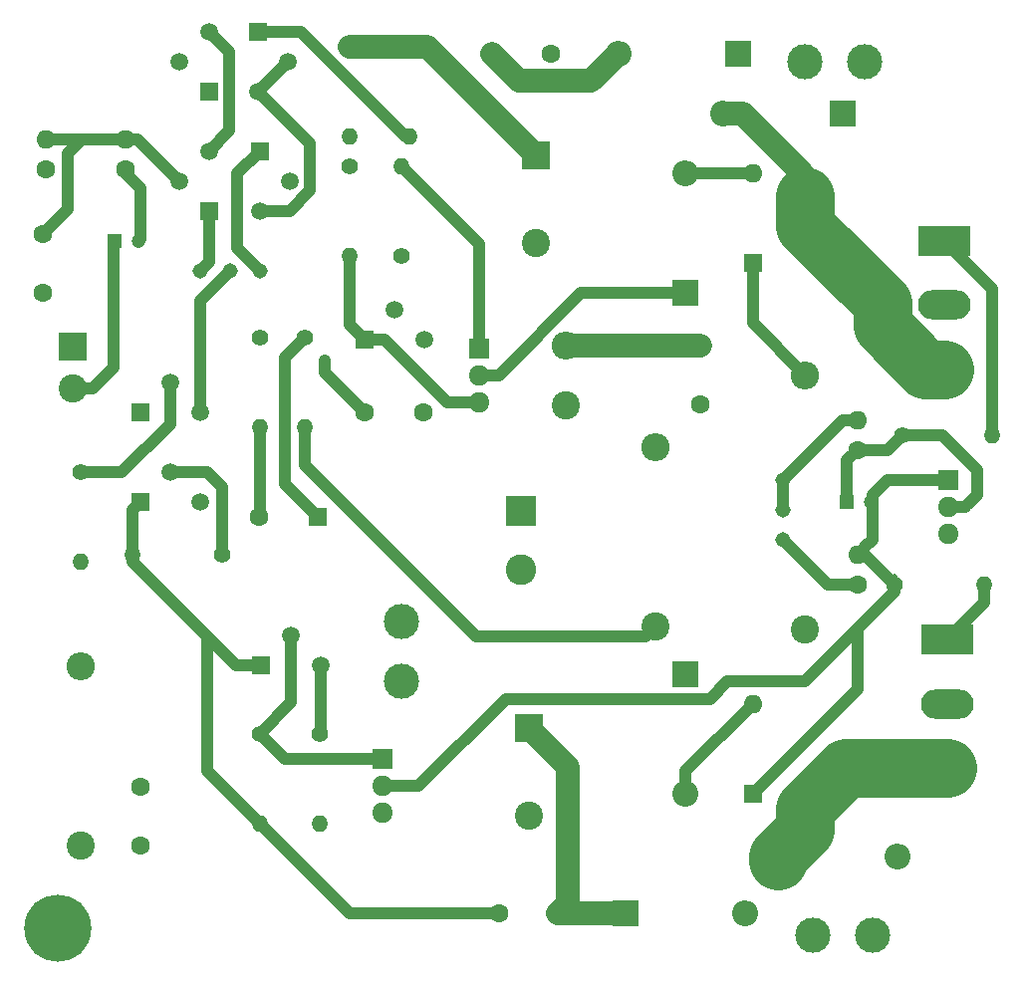
<source format=gbr>
%TF.GenerationSoftware,KiCad,Pcbnew,8.0.5*%
%TF.CreationDate,2024-10-27T20:16:48-04:00*%
%TF.ProjectId,classab-amp,636c6173-7361-4622-9d61-6d702e6b6963,rev?*%
%TF.SameCoordinates,Original*%
%TF.FileFunction,Copper,L1,Top*%
%TF.FilePolarity,Positive*%
%FSLAX46Y46*%
G04 Gerber Fmt 4.6, Leading zero omitted, Abs format (unit mm)*
G04 Created by KiCad (PCBNEW 8.0.5) date 2024-10-27 20:16:48*
%MOMM*%
%LPD*%
G01*
G04 APERTURE LIST*
%TA.AperFunction,ComponentPad*%
%ADD10C,2.400000*%
%TD*%
%TA.AperFunction,ComponentPad*%
%ADD11O,2.400000X2.400000*%
%TD*%
%TA.AperFunction,ComponentPad*%
%ADD12R,1.500000X1.500000*%
%TD*%
%TA.AperFunction,ComponentPad*%
%ADD13C,1.500000*%
%TD*%
%TA.AperFunction,ComponentPad*%
%ADD14R,2.400000X2.400000*%
%TD*%
%TA.AperFunction,ComponentPad*%
%ADD15C,1.400000*%
%TD*%
%TA.AperFunction,ComponentPad*%
%ADD16O,1.400000X1.400000*%
%TD*%
%TA.AperFunction,ComponentPad*%
%ADD17R,2.200000X2.200000*%
%TD*%
%TA.AperFunction,ComponentPad*%
%ADD18O,2.200000X2.200000*%
%TD*%
%TA.AperFunction,ComponentPad*%
%ADD19C,1.600000*%
%TD*%
%TA.AperFunction,ComponentPad*%
%ADD20C,3.000000*%
%TD*%
%TA.AperFunction,ComponentPad*%
%ADD21R,1.800000X1.710000*%
%TD*%
%TA.AperFunction,ComponentPad*%
%ADD22O,1.800000X1.710000*%
%TD*%
%TA.AperFunction,ComponentPad*%
%ADD23R,1.200000X1.200000*%
%TD*%
%TA.AperFunction,ComponentPad*%
%ADD24C,1.200000*%
%TD*%
%TA.AperFunction,ComponentPad*%
%ADD25O,1.600000X1.600000*%
%TD*%
%TA.AperFunction,ComponentPad*%
%ADD26R,2.600000X2.600000*%
%TD*%
%TA.AperFunction,ComponentPad*%
%ADD27C,2.600000*%
%TD*%
%TA.AperFunction,ComponentPad*%
%ADD28C,5.700000*%
%TD*%
%TA.AperFunction,ComponentPad*%
%ADD29C,1.308000*%
%TD*%
%TA.AperFunction,ComponentPad*%
%ADD30R,4.500000X2.500000*%
%TD*%
%TA.AperFunction,ComponentPad*%
%ADD31O,4.500000X2.500000*%
%TD*%
%TA.AperFunction,ComponentPad*%
%ADD32R,1.600000X1.600000*%
%TD*%
%TA.AperFunction,ViaPad*%
%ADD33C,1.000000*%
%TD*%
%TA.AperFunction,Conductor*%
%ADD34C,1.000000*%
%TD*%
%TA.AperFunction,Conductor*%
%ADD35C,0.500000*%
%TD*%
%TA.AperFunction,Conductor*%
%ADD36C,5.000000*%
%TD*%
%TA.AperFunction,Conductor*%
%ADD37C,2.000000*%
%TD*%
G04 APERTURE END LIST*
D10*
%TO.P,R16,1*%
%TO.N,Net-(D8-A)*%
X260350000Y-46990000D03*
D11*
%TO.P,R16,2*%
%TO.N,Net-(D11-K)*%
X260350000Y-62230000D03*
%TD*%
D12*
%TO.P,Q16,1,E*%
%TO.N,Net-(Q16-E)*%
X222885000Y-59190000D03*
D13*
%TO.P,Q16,2,B*%
%TO.N,Net-(Q16-B)*%
X225425000Y-56650000D03*
%TO.P,Q16,3,C*%
%TO.N,GND*%
X227965000Y-59190000D03*
%TD*%
D14*
%TO.P,C14,1*%
%TO.N,B+*%
X237490000Y-43512220D03*
D10*
%TO.P,C14,2*%
%TO.N,PWRGND*%
X237490000Y-51012220D03*
%TD*%
D12*
%TO.P,Q4,1,E*%
%TO.N,Net-(Q4-E)*%
X209685000Y-38100000D03*
D13*
%TO.P,Q4,2,B*%
%TO.N,/LTP COM*%
X207145000Y-35560000D03*
%TO.P,Q4,3,C*%
%TO.N,Net-(Q16-B)*%
X209685000Y-33020000D03*
%TD*%
D12*
%TO.P,Q1,1,E*%
%TO.N,Net-(Q1-E)*%
X213995000Y-43180000D03*
D13*
%TO.P,Q1,2,B*%
%TO.N,Net-(Q1-B)*%
X216535000Y-45720000D03*
%TO.P,Q1,3,C*%
%TO.N,/LTP COM*%
X213995000Y-48260000D03*
%TD*%
D15*
%TO.P,R5,1*%
%TO.N,Net-(Q11-B)*%
X210820000Y-77470000D03*
D16*
%TO.P,R5,2*%
%TO.N,B-*%
X203200000Y-77470000D03*
%TD*%
D17*
%TO.P,D6,1,K*%
%TO.N,Net-(D6-K)*%
X250190000Y-55245000D03*
D18*
%TO.P,D6,2,A*%
%TO.N,Net-(D5-A)*%
X250190000Y-45085000D03*
%TD*%
D19*
%TO.P,C2,1*%
%TO.N,Net-(Q2-B)*%
X195580000Y-50205000D03*
%TO.P,C2,2*%
%TO.N,GND*%
X195580000Y-55205000D03*
%TD*%
D15*
%TO.P,R9,1*%
%TO.N,Net-(Q1-B)*%
X217805000Y-59055000D03*
D16*
%TO.P,R9,2*%
%TO.N,Net-(D11-K)*%
X217805000Y-66675000D03*
%TD*%
D15*
%TO.P,R3,1*%
%TO.N,B+*%
X221615000Y-34290000D03*
D16*
%TO.P,R3,2*%
%TO.N,Net-(Q4-E)*%
X221615000Y-41910000D03*
%TD*%
D17*
%TO.P,D11,1,K*%
%TO.N,Net-(D11-K)*%
X250190000Y-87630000D03*
D18*
%TO.P,D11,2,A*%
%TO.N,Net-(D11-A)*%
X250190000Y-97790000D03*
%TD*%
D20*
%TO.P,J2,1,1*%
%TO.N,B-*%
X260985000Y-109855000D03*
%TO.P,J2,2,2*%
X266065000Y-109855000D03*
%TD*%
D21*
%TO.P,Q7,1,E*%
%TO.N,Net-(D4-K)*%
X272548000Y-71120000D03*
D22*
%TO.P,Q7,2,C*%
%TO.N,Net-(D6-K)*%
X272548000Y-73400000D03*
%TO.P,Q7,3,B*%
%TO.N,Net-(Q7-B)*%
X272548000Y-75680000D03*
%TD*%
D17*
%TO.P,D10,1,K*%
%TO.N,PWRGND*%
X245110000Y-107950000D03*
D18*
%TO.P,D10,2,A*%
%TO.N,B-*%
X255270000Y-107950000D03*
%TD*%
D15*
%TO.P,R14,1*%
%TO.N,Net-(Q12-B)*%
X213995000Y-92710000D03*
D16*
%TO.P,R14,2*%
%TO.N,B-*%
X213995000Y-100330000D03*
%TD*%
D20*
%TO.P,J5,1,1*%
%TO.N,PWRGND*%
X226060000Y-88265000D03*
%TO.P,J5,2,2*%
X226060000Y-83185000D03*
%TD*%
D17*
%TO.P,D7,1,K*%
%TO.N,B+*%
X254635000Y-34925000D03*
D18*
%TO.P,D7,2,A*%
%TO.N,PWRGND*%
X244475000Y-34925000D03*
%TD*%
D23*
%TO.P,C6,1*%
%TO.N,Net-(D6-K)*%
X263930000Y-73025000D03*
D24*
%TO.P,C6,2*%
%TO.N,Net-(D4-K)*%
X265930000Y-73025000D03*
%TD*%
D10*
%TO.P,R17,1*%
%TO.N,Net-(D11-K)*%
X260350000Y-83820000D03*
D11*
%TO.P,R17,2*%
%TO.N,Net-(D9-K)*%
X260350000Y-99060000D03*
%TD*%
D19*
%TO.P,R11,1*%
%TO.N,Net-(D6-K)*%
X264795000Y-68580000D03*
D25*
%TO.P,R11,2*%
%TO.N,Net-(Q7-B)*%
X264795000Y-66040000D03*
%TD*%
D15*
%TO.P,R13,1*%
%TO.N,Net-(Q12-C)*%
X219075000Y-92710000D03*
D16*
%TO.P,R13,2*%
%TO.N,GND*%
X219075000Y-100330000D03*
%TD*%
D12*
%TO.P,Q15,1,E*%
%TO.N,Net-(Q11-B)*%
X203835000Y-65405000D03*
D13*
%TO.P,Q15,2,B*%
%TO.N,Net-(Q11-C)*%
X206375000Y-62865000D03*
%TO.P,Q15,3,C*%
%TO.N,Net-(Q15-C)*%
X208915000Y-65405000D03*
%TD*%
D19*
%TO.P,R1,1*%
%TO.N,Net-(C1-Pad2)*%
X202565000Y-44733000D03*
D25*
%TO.P,R1,2*%
%TO.N,Net-(Q2-B)*%
X202565000Y-42193000D03*
%TD*%
D15*
%TO.P,R18,1*%
%TO.N,Net-(D4-K)*%
X267970000Y-80010000D03*
D16*
%TO.P,R18,2*%
%TO.N,Net-(Q10-G)*%
X275590000Y-80010000D03*
%TD*%
D21*
%TO.P,Q8,1,E*%
%TO.N,Net-(Q12-B)*%
X224415000Y-94880000D03*
D22*
%TO.P,Q8,2,C*%
%TO.N,Net-(D4-K)*%
X224415000Y-97160000D03*
%TO.P,Q8,3,B*%
%TO.N,Net-(Q12-C)*%
X224415000Y-99440000D03*
%TD*%
D15*
%TO.P,R7,1*%
%TO.N,GND*%
X213995000Y-59055000D03*
D16*
%TO.P,R7,2*%
%TO.N,Net-(C4-Pad2)*%
X213995000Y-66675000D03*
%TD*%
D26*
%TO.P,J1,1,Pin_1*%
%TO.N,/SPEAKER*%
X236220000Y-73740000D03*
D27*
%TO.P,J1,2,Pin_2*%
%TO.N,PWRGND*%
X236220000Y-78740000D03*
%TD*%
D28*
%TO.P,,1*%
%TO.N,CHASSIS*%
X196850000Y-109220000D03*
%TD*%
D15*
%TO.P,R6,1*%
%TO.N,Net-(Q11-C)*%
X198755000Y-70485000D03*
D16*
%TO.P,R6,2*%
%TO.N,GND*%
X198755000Y-78105000D03*
%TD*%
D29*
%TO.P,RV1,1,1*%
%TO.N,Net-(Q7-B)*%
X258445000Y-71120000D03*
%TO.P,RV1,2,2*%
X258445000Y-73660000D03*
%TO.P,RV1,3,3*%
%TO.N,Net-(R12-Pad1)*%
X258445000Y-76200000D03*
%TD*%
D30*
%TO.P,Q9,1,G*%
%TO.N,Net-(Q9-G)*%
X272161000Y-50800000D03*
D31*
%TO.P,Q9,2,D*%
%TO.N,B+*%
X272161000Y-56250000D03*
%TO.P,Q9,3,S*%
%TO.N,Net-(D8-A)*%
X272161000Y-61700000D03*
%TD*%
D17*
%TO.P,D8,1,K*%
%TO.N,B+*%
X263525000Y-40005000D03*
D18*
%TO.P,D8,2,A*%
%TO.N,Net-(D8-A)*%
X253365000Y-40005000D03*
%TD*%
D15*
%TO.P,R4,1*%
%TO.N,B+*%
X226695000Y-34290000D03*
D16*
%TO.P,R4,2*%
%TO.N,Net-(Q3-E)*%
X226695000Y-41910000D03*
%TD*%
D15*
%TO.P,R8,1*%
%TO.N,Net-(D6-K)*%
X268605000Y-67310000D03*
D16*
%TO.P,R8,2*%
%TO.N,Net-(Q9-G)*%
X276225000Y-67310000D03*
%TD*%
D20*
%TO.P,J4,1,1*%
%TO.N,B+*%
X260350000Y-35560000D03*
%TO.P,J4,2,2*%
X265430000Y-35560000D03*
%TD*%
D32*
%TO.P,D5,1,K*%
%TO.N,Net-(D11-K)*%
X255905000Y-52705000D03*
D25*
%TO.P,D5,2,A*%
%TO.N,Net-(D5-A)*%
X255905000Y-45085000D03*
%TD*%
D15*
%TO.P,R19,1*%
%TO.N,B+*%
X221615000Y-44450000D03*
D16*
%TO.P,R19,2*%
%TO.N,Net-(Q16-E)*%
X221615000Y-52070000D03*
%TD*%
D29*
%TO.P,RV2,1,1*%
%TO.N,Net-(Q1-E)*%
X213995000Y-53340000D03*
%TO.P,RV2,2,2*%
%TO.N,Net-(Q15-C)*%
X211455000Y-53340000D03*
%TO.P,RV2,3,3*%
%TO.N,Net-(Q2-E)*%
X208915000Y-53340000D03*
%TD*%
D14*
%TO.P,J3,1,Pin_1*%
%TO.N,GND*%
X198120000Y-59825000D03*
D10*
%TO.P,J3,2,Pin_2*%
%TO.N,Net-(J3-Pin_2)*%
X198120000Y-63325000D03*
%TD*%
D19*
%TO.P,C7,1*%
%TO.N,GND*%
X203835000Y-97195000D03*
%TO.P,C7,2*%
%TO.N,CHASSIS*%
X203835000Y-102195000D03*
%TD*%
D12*
%TO.P,Q12,1,E*%
%TO.N,B-*%
X214122000Y-86876000D03*
D13*
%TO.P,Q12,2,B*%
%TO.N,Net-(Q12-B)*%
X216662000Y-84336000D03*
%TO.P,Q12,3,C*%
%TO.N,Net-(Q12-C)*%
X219202000Y-86876000D03*
%TD*%
D32*
%TO.P,C4,1*%
%TO.N,Net-(Q1-B)*%
X218937651Y-74295000D03*
D19*
%TO.P,C4,2*%
%TO.N,Net-(C4-Pad2)*%
X213937651Y-74295000D03*
%TD*%
%TO.P,R12,1*%
%TO.N,Net-(R12-Pad1)*%
X264795000Y-80010000D03*
D25*
%TO.P,R12,2*%
%TO.N,Net-(D4-K)*%
X264795000Y-77470000D03*
%TD*%
D12*
%TO.P,Q2,1,E*%
%TO.N,Net-(Q2-E)*%
X209685000Y-48260000D03*
D13*
%TO.P,Q2,2,B*%
%TO.N,Net-(Q2-B)*%
X207145000Y-45720000D03*
%TO.P,Q2,3,C*%
%TO.N,Net-(Q16-B)*%
X209685000Y-43180000D03*
%TD*%
D15*
%TO.P,R10,1*%
%TO.N,B+*%
X226060000Y-52070000D03*
D16*
%TO.P,R10,2*%
%TO.N,Net-(Q6-E)*%
X226060000Y-44450000D03*
%TD*%
D32*
%TO.P,D4,1,K*%
%TO.N,Net-(D4-K)*%
X255905000Y-97790000D03*
D25*
%TO.P,D4,2,A*%
%TO.N,Net-(D11-A)*%
X255905000Y-90170000D03*
%TD*%
D21*
%TO.P,Q6,1,E*%
%TO.N,Net-(Q6-E)*%
X232670000Y-59955000D03*
D22*
%TO.P,Q6,2,C*%
%TO.N,Net-(D6-K)*%
X232670000Y-62235000D03*
%TO.P,Q6,3,B*%
%TO.N,Net-(Q16-E)*%
X232670000Y-64515000D03*
%TD*%
D10*
%TO.P,R21,1*%
%TO.N,Net-(D11-K)*%
X247650000Y-83566000D03*
D11*
%TO.P,R21,2*%
%TO.N,/SPEAKER*%
X247650000Y-68326000D03*
%TD*%
D12*
%TO.P,Q3,1,E*%
%TO.N,Net-(Q3-E)*%
X213860000Y-33020000D03*
D13*
%TO.P,Q3,2,B*%
%TO.N,/LTP COM*%
X216400000Y-35560000D03*
%TO.P,Q3,3,C*%
X213860000Y-38100000D03*
%TD*%
D19*
%TO.P,C15,1*%
%TO.N,B-*%
X234355000Y-107950000D03*
%TO.P,C15,2*%
%TO.N,PWRGND*%
X239355000Y-107950000D03*
%TD*%
D17*
%TO.P,D9,1,K*%
%TO.N,Net-(D9-K)*%
X258064000Y-103124000D03*
D18*
%TO.P,D9,2,A*%
%TO.N,B-*%
X268224000Y-103124000D03*
%TD*%
D19*
%TO.P,C3,1*%
%TO.N,Net-(D11-K)*%
X251460000Y-64730000D03*
%TO.P,C3,2*%
%TO.N,Net-(C3-Pad2)*%
X251460000Y-59730000D03*
%TD*%
D14*
%TO.P,C13,1*%
%TO.N,PWRGND*%
X236855000Y-92195000D03*
D10*
%TO.P,C13,2*%
%TO.N,B-*%
X236855000Y-99695000D03*
%TD*%
D19*
%TO.P,R2,1*%
%TO.N,GND*%
X195834000Y-44704000D03*
D25*
%TO.P,R2,2*%
%TO.N,Net-(Q2-B)*%
X195834000Y-42164000D03*
%TD*%
D19*
%TO.P,C5,1*%
%TO.N,Net-(Q16-B)*%
X222925000Y-65405000D03*
%TO.P,C5,2*%
%TO.N,Net-(D6-K)*%
X227925000Y-65405000D03*
%TD*%
D30*
%TO.P,Q10,1,G*%
%TO.N,Net-(Q10-G)*%
X272415000Y-84720000D03*
D31*
%TO.P,Q10,2,D*%
%TO.N,B-*%
X272415000Y-90170000D03*
%TO.P,Q10,3,S*%
%TO.N,Net-(D9-K)*%
X272415000Y-95620000D03*
%TD*%
D12*
%TO.P,Q11,1,E*%
%TO.N,B-*%
X203835000Y-73025000D03*
D13*
%TO.P,Q11,2,B*%
%TO.N,Net-(Q11-B)*%
X206375000Y-70485000D03*
%TO.P,Q11,3,C*%
%TO.N,Net-(Q11-C)*%
X208915000Y-73025000D03*
%TD*%
D10*
%TO.P,R20,1*%
%TO.N,PWRGND*%
X240030000Y-64770000D03*
D11*
%TO.P,R20,2*%
%TO.N,Net-(C3-Pad2)*%
X240030000Y-59690000D03*
%TD*%
D23*
%TO.P,C1,1*%
%TO.N,Net-(J3-Pin_2)*%
X201700000Y-50800000D03*
D24*
%TO.P,C1,2*%
%TO.N,Net-(C1-Pad2)*%
X203700000Y-50800000D03*
%TD*%
D10*
%TO.P,R15,1*%
%TO.N,CHASSIS*%
X198755000Y-102235000D03*
D11*
%TO.P,R15,2*%
%TO.N,GND*%
X198755000Y-86995000D03*
%TD*%
D19*
%TO.P,C16,1*%
%TO.N,PWRGND*%
X233720000Y-34925000D03*
%TO.P,C16,2*%
%TO.N,B+*%
X238720000Y-34925000D03*
%TD*%
D33*
%TO.N,Net-(Q16-B)*%
X219505000Y-60960000D03*
%TD*%
D34*
%TO.N,Net-(J3-Pin_2)*%
X199817056Y-63325000D02*
X201600000Y-61542056D01*
X201600000Y-61542056D02*
X201600000Y-50800000D01*
X198120000Y-63325000D02*
X199817056Y-63325000D01*
%TO.N,Net-(D11-K)*%
X255905000Y-57785000D02*
X260350000Y-62230000D01*
X232410000Y-84455000D02*
X246761000Y-84455000D01*
X246761000Y-84455000D02*
X247650000Y-83566000D01*
X217805000Y-66675000D02*
X217805000Y-69850000D01*
X255905000Y-52705000D02*
X255905000Y-57785000D01*
X217805000Y-69850000D02*
X232410000Y-84455000D01*
%TO.N,Net-(D4-K)*%
X253755000Y-88265000D02*
X260350000Y-88265000D01*
X267335000Y-71120000D02*
X266065000Y-72390000D01*
X272548000Y-71120000D02*
X267335000Y-71120000D01*
D35*
X267970000Y-80645000D02*
X267970000Y-79375000D01*
D34*
X265430000Y-77470000D02*
X264795000Y-77470000D01*
X224415000Y-97160000D02*
X227490000Y-97160000D01*
X266065000Y-76200000D02*
X265430000Y-76835000D01*
X255905000Y-97790000D02*
X264795000Y-88900000D01*
X266065000Y-72390000D02*
X266065000Y-76200000D01*
X260350000Y-88265000D02*
X267970000Y-80645000D01*
X252290000Y-89730000D02*
X253755000Y-88265000D01*
X227490000Y-97160000D02*
X234920000Y-89730000D01*
X267970000Y-80010000D02*
X265430000Y-77470000D01*
X264795000Y-88900000D02*
X264795000Y-83820000D01*
D35*
X265430000Y-76835000D02*
X264795000Y-77470000D01*
D34*
X234920000Y-89730000D02*
X252290000Y-89730000D01*
%TO.N,Net-(Q16-B)*%
X211435000Y-34770000D02*
X211435000Y-41430000D01*
X222925000Y-65405000D02*
X219505000Y-61985000D01*
X209685000Y-33020000D02*
X211435000Y-34770000D01*
X219505000Y-61985000D02*
X219505000Y-60960000D01*
X211435000Y-41430000D02*
X209685000Y-43180000D01*
%TO.N,Net-(Q1-B)*%
X216105000Y-60755000D02*
X217805000Y-59055000D01*
X216105000Y-71462349D02*
X216105000Y-60755000D01*
X218937651Y-74295000D02*
X216105000Y-71462349D01*
%TO.N,Net-(Q1-E)*%
X213995000Y-53340000D02*
X212090000Y-51435000D01*
X212090000Y-51435000D02*
X212090000Y-45085000D01*
X212090000Y-45085000D02*
X213995000Y-43180000D01*
%TO.N,Net-(Q2-B)*%
X197705370Y-43340630D02*
X197705370Y-48079630D01*
X196313000Y-42164000D02*
X198824000Y-42164000D01*
X203618000Y-42193000D02*
X198853000Y-42193000D01*
X198853000Y-42193000D02*
X197705370Y-43340630D01*
X207145000Y-45720000D02*
X203618000Y-42193000D01*
X197705370Y-48079630D02*
X195580000Y-50205000D01*
X198824000Y-42164000D02*
X198853000Y-42193000D01*
%TO.N,Net-(Q3-E)*%
X213860000Y-33020000D02*
X217516573Y-33020000D01*
X217516573Y-33020000D02*
X226406573Y-41910000D01*
X226406573Y-41910000D02*
X226695000Y-41910000D01*
%TO.N,Net-(Q6-E)*%
X232670000Y-51060000D02*
X226060000Y-44450000D01*
X232670000Y-59955000D02*
X232670000Y-51060000D01*
%TO.N,Net-(Q7-B)*%
X258445000Y-73660000D02*
X258445000Y-71120000D01*
X263525000Y-66040000D02*
X264795000Y-66040000D01*
X258445000Y-71120000D02*
X263525000Y-66040000D01*
D36*
%TO.N,Net-(D8-A)*%
X266911000Y-58010408D02*
X270600592Y-61700000D01*
X260350000Y-46990000D02*
X260350000Y-49530000D01*
D37*
X260350000Y-46990000D02*
X260350000Y-45292944D01*
D36*
X260350000Y-49530000D02*
X266911000Y-56091000D01*
D37*
X260350000Y-45292944D02*
X255062056Y-40005000D01*
D36*
X266911000Y-56091000D02*
X266911000Y-58010408D01*
X270600592Y-61700000D02*
X272161000Y-61700000D01*
D37*
X255062056Y-40005000D02*
X253365000Y-40005000D01*
D34*
%TO.N,Net-(D11-A)*%
X250190000Y-95885000D02*
X255905000Y-90170000D01*
X250190000Y-97790000D02*
X250190000Y-95885000D01*
%TO.N,Net-(D5-A)*%
X250190000Y-45085000D02*
X255905000Y-45085000D01*
D36*
%TO.N,Net-(D9-K)*%
X260350000Y-99060000D02*
X260350000Y-100838000D01*
X263790000Y-95620000D02*
X260350000Y-99060000D01*
X258064000Y-103124000D02*
X258064000Y-103505000D01*
X263790000Y-95620000D02*
X272415000Y-95620000D01*
X260350000Y-100838000D02*
X258064000Y-103124000D01*
D34*
%TO.N,Net-(C1-Pad2)*%
X202565000Y-45085000D02*
X203835000Y-46355000D01*
X203835000Y-50665000D02*
X203700000Y-50800000D01*
X203835000Y-46355000D02*
X203835000Y-50665000D01*
%TO.N,Net-(C4-Pad2)*%
X213995000Y-74237651D02*
X213937651Y-74295000D01*
X213995000Y-66675000D02*
X213995000Y-74237651D01*
%TO.N,Net-(Q16-E)*%
X221615000Y-57920000D02*
X222885000Y-59190000D01*
X229960000Y-64515000D02*
X232670000Y-64515000D01*
X221615000Y-52070000D02*
X221615000Y-57920000D01*
X224635000Y-59190000D02*
X229960000Y-64515000D01*
X222885000Y-59190000D02*
X224635000Y-59190000D01*
D37*
%TO.N,Net-(C3-Pad2)*%
X240055000Y-59730000D02*
X240030000Y-59705000D01*
X251460000Y-59730000D02*
X240055000Y-59730000D01*
%TO.N,B+*%
X221615000Y-34290000D02*
X226695000Y-34290000D01*
X226695000Y-34290000D02*
X228267780Y-34290000D01*
X228267780Y-34290000D02*
X237490000Y-43512220D01*
D34*
%TO.N,B-*%
X209550000Y-95885000D02*
X209550000Y-85860000D01*
X214122000Y-86876000D02*
X211971000Y-86876000D01*
X203200000Y-73660000D02*
X203835000Y-73025000D01*
X211971000Y-86876000D02*
X209550000Y-84455000D01*
X203200000Y-77470000D02*
X203200000Y-73660000D01*
X221615000Y-107950000D02*
X213995000Y-100330000D01*
X234355000Y-107950000D02*
X221615000Y-107950000D01*
X213995000Y-100330000D02*
X209550000Y-95885000D01*
X209550000Y-84455000D02*
X203200000Y-78105000D01*
X209550000Y-85860000D02*
X209550000Y-84455000D01*
X203200000Y-78105000D02*
X203200000Y-77470000D01*
%TO.N,Net-(Q12-C)*%
X219202000Y-92583000D02*
X219075000Y-92710000D01*
X219202000Y-86876000D02*
X219202000Y-92583000D01*
%TO.N,Net-(D6-K)*%
X241300000Y-55245000D02*
X234310000Y-62235000D01*
X271993000Y-67310000D02*
X274955000Y-70272000D01*
X268605000Y-67310000D02*
X271993000Y-67310000D01*
X267335000Y-68580000D02*
X268605000Y-67310000D01*
X250190000Y-55245000D02*
X241300000Y-55245000D01*
X274955000Y-72390000D02*
X274198000Y-73147000D01*
X274955000Y-70272000D02*
X274955000Y-72390000D01*
X263930000Y-73025000D02*
X263930000Y-69445000D01*
X264795000Y-68580000D02*
X267335000Y-68580000D01*
X263930000Y-69445000D02*
X264795000Y-68580000D01*
X234310000Y-62235000D02*
X232670000Y-62235000D01*
X273945000Y-73400000D02*
X272548000Y-73400000D01*
%TO.N,Net-(Q12-B)*%
X216165000Y-94880000D02*
X224415000Y-94880000D01*
X213995000Y-92710000D02*
X216662000Y-90043000D01*
X213995000Y-92710000D02*
X216165000Y-94880000D01*
X216662000Y-90043000D02*
X216662000Y-84336000D01*
%TO.N,Net-(Q11-C)*%
X198755000Y-70485000D02*
X202255000Y-70485000D01*
X202255000Y-70485000D02*
X206375000Y-66365000D01*
X206375000Y-66365000D02*
X206375000Y-62865000D01*
%TO.N,Net-(R12-Pad1)*%
X258445000Y-76200000D02*
X262255000Y-80010000D01*
X262255000Y-80010000D02*
X264795000Y-80010000D01*
%TO.N,/LTP COM*%
X213860000Y-38100000D02*
X218285000Y-42525000D01*
X218285000Y-42525000D02*
X218285000Y-46510000D01*
X213860000Y-38100000D02*
X216400000Y-35560000D01*
X216535000Y-48260000D02*
X213995000Y-48260000D01*
X218285000Y-46510000D02*
X216535000Y-48260000D01*
%TO.N,Net-(Q2-E)*%
X209685000Y-48260000D02*
X209685000Y-52570000D01*
X209685000Y-52570000D02*
X208915000Y-53340000D01*
%TO.N,Net-(Q11-B)*%
X209550000Y-70485000D02*
X206375000Y-70485000D01*
X210820000Y-77470000D02*
X210820000Y-71755000D01*
X210820000Y-71755000D02*
X209550000Y-70485000D01*
%TO.N,Net-(Q15-C)*%
X208915000Y-65405000D02*
X208915000Y-55880000D01*
X208915000Y-55880000D02*
X211455000Y-53340000D01*
%TO.N,Net-(Q9-G)*%
X272161000Y-50800000D02*
X276225000Y-54864000D01*
X276225000Y-54864000D02*
X276225000Y-67310000D01*
%TO.N,Net-(Q10-G)*%
X275590000Y-81545000D02*
X272415000Y-84720000D01*
X275590000Y-80010000D02*
X275590000Y-81545000D01*
D37*
%TO.N,PWRGND*%
X240154999Y-95494999D02*
X240154999Y-107150001D01*
X240154999Y-107150001D02*
X239355000Y-107950000D01*
X244475000Y-34925000D02*
X242175000Y-37225000D01*
X236855000Y-92195000D02*
X240154999Y-95494999D01*
X236020000Y-37225000D02*
X233720000Y-34925000D01*
X239355000Y-107950000D02*
X245110000Y-107950000D01*
X242175000Y-37225000D02*
X236020000Y-37225000D01*
%TD*%
M02*

</source>
